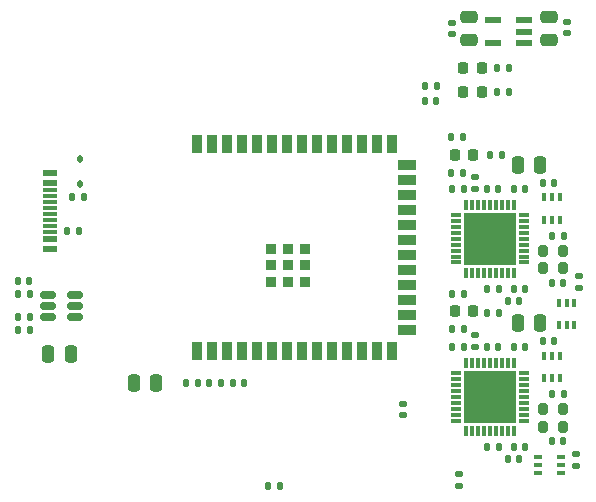
<source format=gbr>
%TF.GenerationSoftware,KiCad,Pcbnew,9.0.3*%
%TF.CreationDate,2025-08-10T23:59:10-04:00*%
%TF.ProjectId,Hydra_Driver_Shield,48796472-615f-4447-9269-7665725f5368,rev?*%
%TF.SameCoordinates,Original*%
%TF.FileFunction,Paste,Top*%
%TF.FilePolarity,Positive*%
%FSLAX46Y46*%
G04 Gerber Fmt 4.6, Leading zero omitted, Abs format (unit mm)*
G04 Created by KiCad (PCBNEW 9.0.3) date 2025-08-10 23:59:10*
%MOMM*%
%LPD*%
G01*
G04 APERTURE LIST*
G04 Aperture macros list*
%AMRoundRect*
0 Rectangle with rounded corners*
0 $1 Rounding radius*
0 $2 $3 $4 $5 $6 $7 $8 $9 X,Y pos of 4 corners*
0 Add a 4 corners polygon primitive as box body*
4,1,4,$2,$3,$4,$5,$6,$7,$8,$9,$2,$3,0*
0 Add four circle primitives for the rounded corners*
1,1,$1+$1,$2,$3*
1,1,$1+$1,$4,$5*
1,1,$1+$1,$6,$7*
1,1,$1+$1,$8,$9*
0 Add four rect primitives between the rounded corners*
20,1,$1+$1,$2,$3,$4,$5,0*
20,1,$1+$1,$4,$5,$6,$7,0*
20,1,$1+$1,$6,$7,$8,$9,0*
20,1,$1+$1,$8,$9,$2,$3,0*%
G04 Aperture macros list end*
%ADD10RoundRect,0.140000X0.170000X-0.140000X0.170000X0.140000X-0.170000X0.140000X-0.170000X-0.140000X0*%
%ADD11RoundRect,0.135000X-0.135000X-0.185000X0.135000X-0.185000X0.135000X0.185000X-0.135000X0.185000X0*%
%ADD12R,0.900000X1.500000*%
%ADD13R,1.500000X0.900000*%
%ADD14R,0.900000X0.900000*%
%ADD15RoundRect,0.218750X0.218750X0.256250X-0.218750X0.256250X-0.218750X-0.256250X0.218750X-0.256250X0*%
%ADD16RoundRect,0.140000X0.140000X0.170000X-0.140000X0.170000X-0.140000X-0.170000X0.140000X-0.170000X0*%
%ADD17R,1.320800X0.508000*%
%ADD18RoundRect,0.140000X-0.170000X0.140000X-0.170000X-0.140000X0.170000X-0.140000X0.170000X0.140000X0*%
%ADD19RoundRect,0.140000X-0.140000X-0.170000X0.140000X-0.170000X0.140000X0.170000X-0.140000X0.170000X0*%
%ADD20RoundRect,0.112500X-0.112500X0.187500X-0.112500X-0.187500X0.112500X-0.187500X0.112500X0.187500X0*%
%ADD21RoundRect,0.135000X0.135000X0.185000X-0.135000X0.185000X-0.135000X-0.185000X0.135000X-0.185000X0*%
%ADD22R,1.150000X0.600000*%
%ADD23R,1.150000X0.300000*%
%ADD24RoundRect,0.100000X0.225000X0.100000X-0.225000X0.100000X-0.225000X-0.100000X0.225000X-0.100000X0*%
%ADD25RoundRect,0.250000X0.475000X-0.250000X0.475000X0.250000X-0.475000X0.250000X-0.475000X-0.250000X0*%
%ADD26R,0.300000X0.900000*%
%ADD27R,0.900000X0.300000*%
%ADD28R,4.500000X4.500000*%
%ADD29RoundRect,0.100000X-0.100000X0.225000X-0.100000X-0.225000X0.100000X-0.225000X0.100000X0.225000X0*%
%ADD30RoundRect,0.250000X0.250000X0.475000X-0.250000X0.475000X-0.250000X-0.475000X0.250000X-0.475000X0*%
%ADD31RoundRect,0.135000X0.185000X-0.135000X0.185000X0.135000X-0.185000X0.135000X-0.185000X-0.135000X0*%
%ADD32RoundRect,0.250000X-0.250000X-0.475000X0.250000X-0.475000X0.250000X0.475000X-0.250000X0.475000X0*%
%ADD33RoundRect,0.200000X-0.200000X-0.275000X0.200000X-0.275000X0.200000X0.275000X-0.200000X0.275000X0*%
%ADD34RoundRect,0.150000X0.512500X0.150000X-0.512500X0.150000X-0.512500X-0.150000X0.512500X-0.150000X0*%
G04 APERTURE END LIST*
D10*
%TO.C,C11*%
X41750000Y-2900000D03*
X41750000Y-1940000D03*
%TD*%
D11*
%TO.C,R2*%
X9600000Y-16750000D03*
X10620000Y-16750000D03*
%TD*%
D12*
%TO.C,IC1*%
X20180000Y-29750000D03*
X21450000Y-29750000D03*
X22720000Y-29750000D03*
X23990000Y-29750000D03*
X25260000Y-29750000D03*
X26530000Y-29750000D03*
X27800000Y-29750000D03*
X29070000Y-29750000D03*
X30340000Y-29750000D03*
X31610000Y-29750000D03*
X32880000Y-29750000D03*
X34150000Y-29750000D03*
X35420000Y-29750000D03*
X36690000Y-29750000D03*
D13*
X37940000Y-27985000D03*
X37940000Y-26715000D03*
X37940000Y-25445000D03*
X37940000Y-24175000D03*
X37940000Y-22905000D03*
X37940000Y-21635000D03*
X37940000Y-20365000D03*
X37940000Y-19095000D03*
X37940000Y-17825000D03*
X37940000Y-16555000D03*
X37940000Y-15285000D03*
X37940000Y-14015000D03*
D12*
X36690000Y-12250000D03*
X35420000Y-12250000D03*
X34150000Y-12250000D03*
X32880000Y-12250000D03*
X31610000Y-12250000D03*
X30340000Y-12250000D03*
X29070000Y-12250000D03*
X27800000Y-12250000D03*
X26530000Y-12250000D03*
X25260000Y-12250000D03*
X23990000Y-12250000D03*
X22720000Y-12250000D03*
X21450000Y-12250000D03*
X20180000Y-12250000D03*
D14*
X27900000Y-22500000D03*
X27900000Y-21100000D03*
X26500000Y-21100000D03*
X26500000Y-22500000D03*
X26500000Y-23900000D03*
X27900000Y-23900000D03*
X29300000Y-23900000D03*
X29300000Y-22500000D03*
X29300000Y-21100000D03*
%TD*%
D11*
%TO.C,R11*%
X41750000Y-24900000D03*
X42770000Y-24900000D03*
%TD*%
D15*
%TO.C,D4*%
X43575000Y-26400000D03*
X42000000Y-26400000D03*
%TD*%
D16*
%TO.C,C26*%
X47960000Y-24500000D03*
X47000000Y-24500000D03*
%TD*%
D11*
%TO.C,R23*%
X44980000Y-13150000D03*
X46000000Y-13150000D03*
%TD*%
D16*
%TO.C,C5*%
X6035000Y-28000000D03*
X5075000Y-28000000D03*
%TD*%
D17*
%TO.C,U2*%
X47890800Y-3650001D03*
X47890800Y-2700000D03*
X47890800Y-1749999D03*
X45300000Y-1749999D03*
X45300000Y-3650001D03*
%TD*%
D18*
%TO.C,C10*%
X37600000Y-34200000D03*
X37600000Y-35160000D03*
%TD*%
D11*
%TO.C,R12*%
X41750000Y-27900000D03*
X42770000Y-27900000D03*
%TD*%
D19*
%TO.C,C2*%
X19290000Y-32500000D03*
X20250000Y-32500000D03*
%TD*%
D20*
%TO.C,D1*%
X10250000Y-13500000D03*
X10250000Y-15600000D03*
%TD*%
D16*
%TO.C,C17*%
X51210000Y-37400000D03*
X50250000Y-37400000D03*
%TD*%
D10*
%TO.C,C9*%
X51500000Y-2860000D03*
X51500000Y-1900000D03*
%TD*%
D11*
%TO.C,R5*%
X5015000Y-24900000D03*
X6035000Y-24900000D03*
%TD*%
D21*
%TO.C,R8*%
X27220000Y-41200000D03*
X26200000Y-41200000D03*
%TD*%
D11*
%TO.C,R16*%
X44730000Y-26500000D03*
X45750000Y-26500000D03*
%TD*%
D22*
%TO.C,J1*%
X7755000Y-14690000D03*
X7755000Y-15490000D03*
D23*
X7755000Y-16640000D03*
X7755000Y-17640000D03*
X7755000Y-18140000D03*
X7755000Y-19140000D03*
D22*
X7755000Y-21090000D03*
X7755000Y-20290000D03*
D23*
X7755000Y-19640000D03*
X7755000Y-18640000D03*
X7755000Y-17140000D03*
X7755000Y-16140000D03*
%TD*%
D16*
%TO.C,C29*%
X47960000Y-16000000D03*
X47000000Y-16000000D03*
%TD*%
%TO.C,C21*%
X50460000Y-28900000D03*
X49500000Y-28900000D03*
%TD*%
%TO.C,C13*%
X45740000Y-37900000D03*
X44780000Y-37900000D03*
%TD*%
%TO.C,C30*%
X51250000Y-20000000D03*
X50290000Y-20000000D03*
%TD*%
%TO.C,C24*%
X47500000Y-25500000D03*
X46540000Y-25500000D03*
%TD*%
D24*
%TO.C,U3*%
X51000000Y-40050000D03*
X51000000Y-39400000D03*
X51000000Y-38750000D03*
X49100000Y-38750000D03*
X49100000Y-39400000D03*
X49100000Y-40050000D03*
%TD*%
D25*
%TO.C,C12*%
X43250000Y-3400000D03*
X43250000Y-1500000D03*
%TD*%
D26*
%TO.C,IC2*%
X43000000Y-36550000D03*
X43500000Y-36550000D03*
X44000000Y-36550000D03*
X44500000Y-36550000D03*
X45000000Y-36550000D03*
X45500000Y-36550000D03*
X46000000Y-36550000D03*
X46500000Y-36550000D03*
X47000000Y-36550000D03*
D27*
X47900000Y-35650000D03*
X47900000Y-35150000D03*
X47900000Y-34650000D03*
X47900000Y-34150000D03*
X47900000Y-33650000D03*
X47900000Y-33150000D03*
X47900000Y-32650000D03*
X47900000Y-32150000D03*
X47900000Y-31650000D03*
D26*
X47000000Y-30750000D03*
X46500000Y-30750000D03*
X46000000Y-30750000D03*
X45500000Y-30750000D03*
X45000000Y-30750000D03*
X44500000Y-30750000D03*
X44000000Y-30750000D03*
X43500000Y-30750000D03*
X43000000Y-30750000D03*
D27*
X42100000Y-31650000D03*
X42100000Y-32150000D03*
X42100000Y-32650000D03*
X42100000Y-33150000D03*
X42100000Y-33650000D03*
X42100000Y-34150000D03*
X42100000Y-34650000D03*
X42100000Y-35150000D03*
X42100000Y-35650000D03*
D28*
X45000000Y-33650000D03*
%TD*%
D15*
%TO.C,D5*%
X43575000Y-13150000D03*
X42000000Y-13150000D03*
%TD*%
D11*
%TO.C,R4*%
X5015000Y-26900000D03*
X6035000Y-26900000D03*
%TD*%
D29*
%TO.C,U6*%
X50900000Y-16750000D03*
X50250000Y-16750000D03*
X49600000Y-16750000D03*
X49600000Y-18650000D03*
X50250000Y-18650000D03*
X50900000Y-18650000D03*
%TD*%
D16*
%TO.C,C22*%
X45710000Y-29400000D03*
X44750000Y-29400000D03*
%TD*%
D30*
%TO.C,C15*%
X49250000Y-27400000D03*
X47350000Y-27400000D03*
%TD*%
D31*
%TO.C,R7*%
X42400000Y-41220000D03*
X42400000Y-40200000D03*
%TD*%
D16*
%TO.C,C19*%
X47960000Y-29400000D03*
X47000000Y-29400000D03*
%TD*%
D15*
%TO.C,D3*%
X44325000Y-7791950D03*
X42750000Y-7791950D03*
%TD*%
D26*
%TO.C,IC3*%
X43000000Y-23150000D03*
X43500000Y-23150000D03*
X44000000Y-23150000D03*
X44500000Y-23150000D03*
X45000000Y-23150000D03*
X45500000Y-23150000D03*
X46000000Y-23150000D03*
X46500000Y-23150000D03*
X47000000Y-23150000D03*
D27*
X47900000Y-22250000D03*
X47900000Y-21750000D03*
X47900000Y-21250000D03*
X47900000Y-20750000D03*
X47900000Y-20250000D03*
X47900000Y-19750000D03*
X47900000Y-19250000D03*
X47900000Y-18750000D03*
X47900000Y-18250000D03*
D26*
X47000000Y-17350000D03*
X46500000Y-17350000D03*
X46000000Y-17350000D03*
X45500000Y-17350000D03*
X45000000Y-17350000D03*
X44500000Y-17350000D03*
X44000000Y-17350000D03*
X43500000Y-17350000D03*
X43000000Y-17350000D03*
D27*
X42100000Y-18250000D03*
X42100000Y-18750000D03*
X42100000Y-19250000D03*
X42100000Y-19750000D03*
X42100000Y-20250000D03*
X42100000Y-20750000D03*
X42100000Y-21250000D03*
X42100000Y-21750000D03*
X42100000Y-22250000D03*
D28*
X45000000Y-20250000D03*
%TD*%
D18*
%TO.C,C28*%
X52500000Y-23440000D03*
X52500000Y-24400000D03*
%TD*%
D11*
%TO.C,R8*%
X45555000Y-5791950D03*
X46575000Y-5791950D03*
%TD*%
D16*
%TO.C,C14*%
X47500000Y-38900000D03*
X46540000Y-38900000D03*
%TD*%
%TO.C,C23*%
X45750000Y-24500000D03*
X44790000Y-24500000D03*
%TD*%
D21*
%TO.C,R6*%
X40500000Y-7291950D03*
X39480000Y-7291950D03*
%TD*%
D16*
%TO.C,C16*%
X47960000Y-37900000D03*
X47000000Y-37900000D03*
%TD*%
D10*
%TO.C,C18*%
X52250000Y-39460000D03*
X52250000Y-38500000D03*
%TD*%
D11*
%TO.C,R3*%
X9200000Y-19600000D03*
X10220000Y-19600000D03*
%TD*%
%TO.C,R9*%
X45575000Y-7791950D03*
X46595000Y-7791950D03*
%TD*%
D21*
%TO.C,R20*%
X42770000Y-16000000D03*
X41750000Y-16000000D03*
%TD*%
D31*
%TO.C,R22*%
X43750000Y-16020000D03*
X43750000Y-15000000D03*
%TD*%
D25*
%TO.C,C8*%
X50000000Y-3400000D03*
X50000000Y-1500000D03*
%TD*%
D11*
%TO.C,R1*%
X21230000Y-32500000D03*
X22250000Y-32500000D03*
%TD*%
D29*
%TO.C,U5*%
X52150000Y-25650000D03*
X51500000Y-25650000D03*
X50850000Y-25650000D03*
X50850000Y-27550000D03*
X51500000Y-27550000D03*
X52150000Y-27550000D03*
%TD*%
D21*
%TO.C,R13*%
X42770000Y-29400000D03*
X41750000Y-29400000D03*
%TD*%
D16*
%TO.C,C27*%
X51210000Y-24000000D03*
X50250000Y-24000000D03*
%TD*%
D32*
%TO.C,C3*%
X14850000Y-32500000D03*
X16750000Y-32500000D03*
%TD*%
D19*
%TO.C,C7*%
X39500000Y-8541950D03*
X40460000Y-8541950D03*
%TD*%
%TO.C,C1*%
X23250000Y-32500000D03*
X24210000Y-32500000D03*
%TD*%
D33*
%TO.C,R10*%
X49500000Y-36150000D03*
X51150000Y-36150000D03*
%TD*%
D11*
%TO.C,R19*%
X41730000Y-14650000D03*
X42750000Y-14650000D03*
%TD*%
D16*
%TO.C,C31*%
X50460000Y-15500000D03*
X49500000Y-15500000D03*
%TD*%
D15*
%TO.C,D2*%
X44325000Y-5791950D03*
X42750000Y-5791950D03*
%TD*%
D30*
%TO.C,C25*%
X49250000Y-14000000D03*
X47350000Y-14000000D03*
%TD*%
D34*
%TO.C,U1*%
X9835000Y-26900000D03*
X9835000Y-25950000D03*
X9835000Y-25000000D03*
X7560000Y-25000000D03*
X7560000Y-25950000D03*
X7560000Y-26900000D03*
%TD*%
D33*
%TO.C,R21*%
X49500000Y-21250000D03*
X51150000Y-21250000D03*
%TD*%
%TO.C,R17*%
X49500000Y-22750000D03*
X51150000Y-22750000D03*
%TD*%
D29*
%TO.C,U4*%
X50900000Y-30150000D03*
X50250000Y-30150000D03*
X49600000Y-30150000D03*
X49600000Y-32050000D03*
X50250000Y-32050000D03*
X50900000Y-32050000D03*
%TD*%
D16*
%TO.C,C20*%
X51250000Y-33400000D03*
X50290000Y-33400000D03*
%TD*%
D11*
%TO.C,R18*%
X41730000Y-11650000D03*
X42750000Y-11650000D03*
%TD*%
D16*
%TO.C,C6*%
X5960000Y-23800000D03*
X5000000Y-23800000D03*
%TD*%
D32*
%TO.C,C4*%
X7600000Y-30000000D03*
X9500000Y-30000000D03*
%TD*%
D33*
%TO.C,R14*%
X49500000Y-34650000D03*
X51150000Y-34650000D03*
%TD*%
D31*
%TO.C,R15*%
X43750000Y-29420000D03*
X43750000Y-28400000D03*
%TD*%
D16*
%TO.C,C32*%
X45710000Y-16000000D03*
X44750000Y-16000000D03*
%TD*%
M02*

</source>
